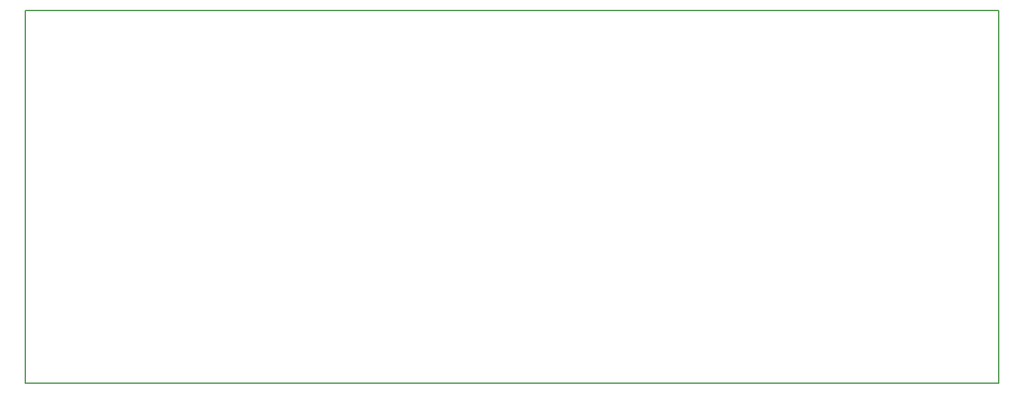
<source format=gm1>
G04 #@! TF.GenerationSoftware,KiCad,Pcbnew,8.0.6-8.0.6-0~ubuntu24.04.1*
G04 #@! TF.CreationDate,2024-11-10T23:48:13-05:00*
G04 #@! TF.ProjectId,array,61727261-792e-46b6-9963-61645f706362,rev?*
G04 #@! TF.SameCoordinates,Original*
G04 #@! TF.FileFunction,Profile,NP*
%FSLAX46Y46*%
G04 Gerber Fmt 4.6, Leading zero omitted, Abs format (unit mm)*
G04 Created by KiCad (PCBNEW 8.0.6-8.0.6-0~ubuntu24.04.1) date 2024-11-10 23:48:13*
%MOMM*%
%LPD*%
G01*
G04 APERTURE LIST*
G04 #@! TA.AperFunction,Profile*
%ADD10C,0.200000*%
G04 #@! TD*
G04 APERTURE END LIST*
D10*
X84690000Y-99550000D02*
X218340000Y-99550000D01*
X218340000Y-150770000D01*
X84690000Y-150770000D01*
X84690000Y-99550000D01*
M02*

</source>
